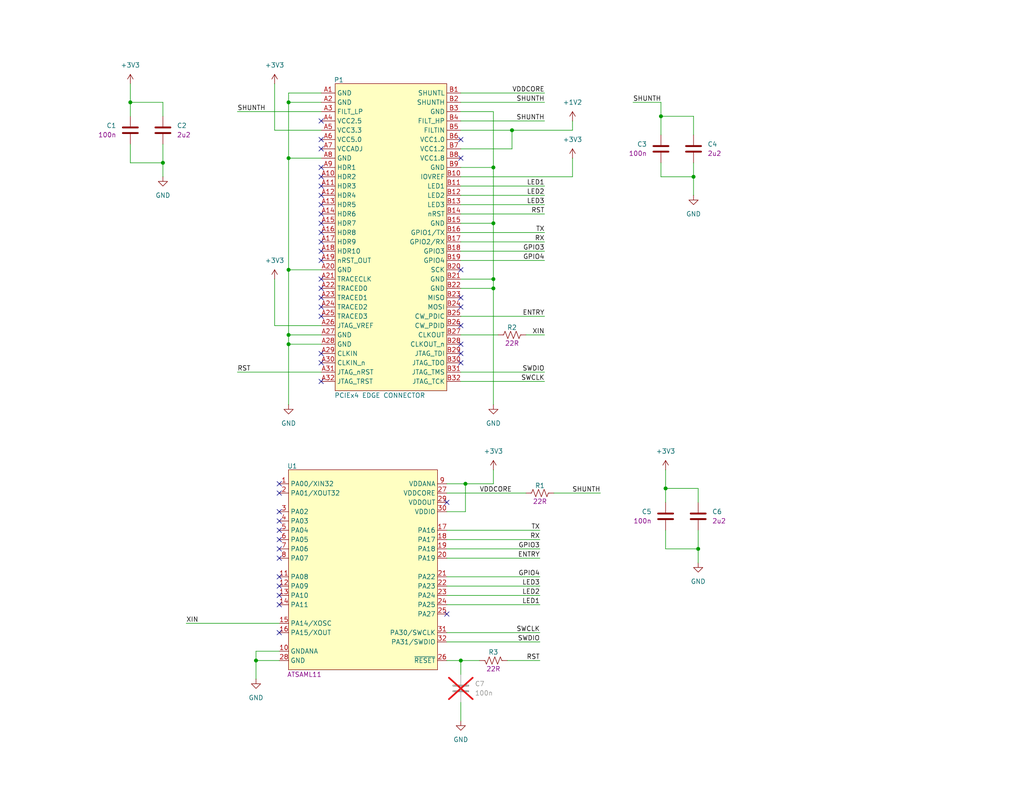
<source format=kicad_sch>
(kicad_sch (version 20231120) (generator "eeschema") (generator_version "8.0")
  (paper "USLetter")
  (lib_symbols
    (symbol "Connectors:CW312T-Template" (in_bom no)
      (property "Reference" "P" (at -15.24 3.81 0))
      (property "Value" "PCIEx4 EDGE CONNECTOR " (at 3.81 3.81 0))
      (symbol "CW312T-Template_1_1"
        (rectangle (start -15.24 2.54) (end 15.24 -81.28) (fill (type background)))
        (pin unspecified line (at -19.05 0 0) (length 3.81) (name "GND") (number "A1"))
        (pin unspecified line (at -19.05 -22.86 0) (length 3.81) (name "HDR2") (number "A10"))
        (pin unspecified line (at -19.05 -25.4 0) (length 3.81) (name "HDR3") (number "A11"))
        (pin unspecified line (at -19.05 -27.94 0) (length 3.81) (name "HDR4") (number "A12"))
        (pin unspecified line (at -19.05 -30.48 0) (length 3.81) (name "HDR5") (number "A13"))
        (pin unspecified line (at -19.05 -33.02 0) (length 3.81) (name "HDR6") (number "A14"))
        (pin unspecified line (at -19.05 -35.56 0) (length 3.81) (name "HDR7") (number "A15"))
        (pin unspecified line (at -19.05 -38.1 0) (length 3.81) (name "HDR8") (number "A16"))
        (pin unspecified line (at -19.05 -40.64 0) (length 3.81) (name "HDR9") (number "A17"))
        (pin unspecified line (at -19.05 -43.18 0) (length 3.81) (name "HDR10") (number "A18"))
        (pin unspecified line (at -19.05 -45.72 0) (length 3.81) (name "nRST_OUT") (number "A19"))
        (pin unspecified line (at -19.05 -2.54 0) (length 3.81) (name "GND") (number "A2"))
        (pin unspecified line (at -19.05 -48.26 0) (length 3.81) (name "GND") (number "A20"))
        (pin unspecified line (at -19.05 -50.8 0) (length 3.81) (name "TRACECLK") (number "A21"))
        (pin unspecified line (at -19.05 -53.34 0) (length 3.81) (name "TRACED0") (number "A22"))
        (pin unspecified line (at -19.05 -55.88 0) (length 3.81) (name "TRACED1") (number "A23"))
        (pin unspecified line (at -19.05 -58.42 0) (length 3.81) (name "TRACED2") (number "A24"))
        (pin unspecified line (at -19.05 -60.96 0) (length 3.81) (name "TRACED3") (number "A25"))
        (pin unspecified line (at -19.05 -63.5 0) (length 3.81) (name "JTAG_VREF") (number "A26"))
        (pin unspecified line (at -19.05 -66.04 0) (length 3.81) (name "GND") (number "A27"))
        (pin unspecified line (at -19.05 -68.58 0) (length 3.81) (name "GND") (number "A28"))
        (pin unspecified line (at -19.05 -71.12 0) (length 3.81) (name "CLKIN") (number "A29"))
        (pin unspecified line (at -19.05 -5.08 0) (length 3.81) (name "FILT_LP") (number "A3"))
        (pin unspecified line (at -19.05 -73.66 0) (length 3.81) (name "CLKIN_n") (number "A30"))
        (pin unspecified line (at -19.05 -76.2 0) (length 3.81) (name "JTAG_nRST") (number "A31"))
        (pin unspecified line (at -19.05 -78.74 0) (length 3.81) (name "JTAG_TRST") (number "A32"))
        (pin unspecified line (at -19.05 -7.62 0) (length 3.81) (name "VCC2.5") (number "A4"))
        (pin unspecified line (at -19.05 -10.16 0) (length 3.81) (name "VCC3.3") (number "A5"))
        (pin unspecified line (at -19.05 -12.7 0) (length 3.81) (name "VCC5.0") (number "A6"))
        (pin unspecified line (at -19.05 -15.24 0) (length 3.81) (name "VCCADJ") (number "A7"))
        (pin unspecified line (at -19.05 -17.78 0) (length 3.81) (name "GND") (number "A8"))
        (pin unspecified line (at -19.05 -20.32 0) (length 3.81) (name "HDR1") (number "A9"))
        (pin unspecified line (at 19.05 0 180) (length 3.81) (name "SHUNTL") (number "B1"))
        (pin unspecified line (at 19.05 -22.86 180) (length 3.81) (name "IOVREF") (number "B10"))
        (pin unspecified line (at 19.05 -25.4 180) (length 3.81) (name "LED1") (number "B11"))
        (pin unspecified line (at 19.05 -27.94 180) (length 3.81) (name "LED2") (number "B12"))
        (pin unspecified line (at 19.05 -30.48 180) (length 3.81) (name "LED3") (number "B13"))
        (pin unspecified line (at 19.05 -33.02 180) (length 3.81) (name "nRST") (number "B14"))
        (pin unspecified line (at 19.05 -35.56 180) (length 3.81) (name "GND") (number "B15"))
        (pin unspecified line (at 19.05 -38.1 180) (length 3.81) (name "GPIO1/TX") (number "B16"))
        (pin unspecified line (at 19.05 -40.64 180) (length 3.81) (name "GPIO2/RX") (number "B17"))
        (pin unspecified line (at 19.05 -43.18 180) (length 3.81) (name "GPIO3") (number "B18"))
        (pin unspecified line (at 19.05 -45.72 180) (length 3.81) (name "GPIO4") (number "B19"))
        (pin unspecified line (at 19.05 -2.54 180) (length 3.81) (name "SHUNTH") (number "B2"))
        (pin unspecified line (at 19.05 -48.26 180) (length 3.81) (name "SCK") (number "B20"))
        (pin unspecified line (at 19.05 -50.8 180) (length 3.81) (name "GND") (number "B21"))
        (pin unspecified line (at 19.05 -53.34 180) (length 3.81) (name "GND") (number "B22"))
        (pin unspecified line (at 19.05 -55.88 180) (length 3.81) (name "MISO") (number "B23"))
        (pin unspecified line (at 19.05 -58.42 180) (length 3.81) (name "MOSI") (number "B24"))
        (pin unspecified line (at 19.05 -60.96 180) (length 3.81) (name "CW_PDIC") (number "B25"))
        (pin unspecified line (at 19.05 -63.5 180) (length 3.81) (name "CW_PDID") (number "B26"))
        (pin unspecified line (at 19.05 -66.04 180) (length 3.81) (name "CLKOUT") (number "B27"))
        (pin unspecified line (at 19.05 -68.58 180) (length 3.81) (name "CLKOUT_n") (number "B28"))
        (pin unspecified line (at 19.05 -71.12 180) (length 3.81) (name "JTAG_TDI") (number "B29"))
        (pin unspecified line (at 19.05 -5.08 180) (length 3.81) (name "GND") (number "B3"))
        (pin unspecified line (at 19.05 -73.66 180) (length 3.81) (name "JTAG_TDO") (number "B30"))
        (pin unspecified line (at 19.05 -76.2 180) (length 3.81) (name "JTAG_TMS") (number "B31"))
        (pin unspecified line (at 19.05 -78.74 180) (length 3.81) (name "JTAG_TCK") (number "B32"))
        (pin unspecified line (at 19.05 -7.62 180) (length 3.81) (name "FILT_HP") (number "B4"))
        (pin unspecified line (at 19.05 -10.16 180) (length 3.81) (name "FILTIN") (number "B5"))
        (pin unspecified line (at 19.05 -12.7 180) (length 3.81) (name "VCC1.0") (number "B6"))
        (pin unspecified line (at 19.05 -15.24 180) (length 3.81) (name "VCC1.2") (number "B7"))
        (pin unspecified line (at 19.05 -17.78 180) (length 3.81) (name "VCC1.8") (number "B8"))
        (pin unspecified line (at 19.05 -20.32 180) (length 3.81) (name "GND") (number "B9"))
      )
    )
    (symbol "Integrated_Circuits:ATSMAL11E16A-AU"
      (property "Reference" "U" (at -20.32 5.08 0))
      (property "Display Value" "ATSAML11" (at 15.24 5.08 0))
      (symbol "ATSMAL11E16A-AU_1_1"
        (rectangle (start -20.32 3.81) (end 20.32 -50.8) (fill (type background)))
        (pin unspecified line (at -22.86 0 0) (length 2.54) (name "PA00/XIN32") (number "1"))
        (pin unspecified line (at -22.86 -45.72 0) (length 2.54) (name "GNDANA") (number "10"))
        (pin unspecified line (at -22.86 -25.4 0) (length 2.54) (name "PA08") (number "11"))
        (pin unspecified line (at -22.86 -27.94 0) (length 2.54) (name "PA09") (number "12"))
        (pin unspecified line (at -22.86 -30.48 0) (length 2.54) (name "PA10") (number "13"))
        (pin unspecified line (at -22.86 -33.02 0) (length 2.54) (name "PA11") (number "14"))
        (pin unspecified line (at -22.86 -38.1 0) (length 2.54) (name "PA14/XOSC") (number "15"))
        (pin unspecified line (at -22.86 -40.64 0) (length 2.54) (name "PA15/XOUT") (number "16"))
        (pin unspecified line (at 22.86 -12.7 180) (length 2.54) (name "PA16") (number "17"))
        (pin unspecified line (at 22.86 -15.24 180) (length 2.54) (name "PA17") (number "18"))
        (pin unspecified line (at 22.86 -17.78 180) (length 2.54) (name "PA18") (number "19"))
        (pin unspecified line (at -22.86 -2.54 0) (length 2.54) (name "PA01/XOUT32") (number "2"))
        (pin unspecified line (at 22.86 -20.32 180) (length 2.54) (name "PA19") (number "20"))
        (pin unspecified line (at 22.86 -25.4 180) (length 2.54) (name "PA22") (number "21"))
        (pin unspecified line (at 22.86 -27.94 180) (length 2.54) (name "PA23") (number "22"))
        (pin unspecified line (at 22.86 -30.48 180) (length 2.54) (name "PA24") (number "23"))
        (pin unspecified line (at 22.86 -33.02 180) (length 2.54) (name "PA25") (number "24"))
        (pin unspecified line (at 22.86 -35.56 180) (length 2.54) (name "PA27") (number "25"))
        (pin unspecified line (at 22.86 -48.26 180) (length 2.54) (name "~{RESET}") (number "26"))
        (pin unspecified line (at 22.86 -2.54 180) (length 2.54) (name "VDDCORE") (number "27"))
        (pin unspecified line (at -22.86 -48.26 0) (length 2.54) (name "GND") (number "28"))
        (pin unspecified line (at 22.86 -5.08 180) (length 2.54) (name "VDDOUT") (number "29"))
        (pin unspecified line (at -22.86 -7.62 0) (length 2.54) (name "PA02") (number "3"))
        (pin unspecified line (at 22.86 -7.62 180) (length 2.54) (name "VDDIO") (number "30"))
        (pin unspecified line (at 22.86 -40.64 180) (length 2.54) (name "PA30/SWCLK") (number "31"))
        (pin unspecified line (at 22.86 -43.18 180) (length 2.54) (name "PA31/SWDIO") (number "32"))
        (pin unspecified line (at -22.86 -10.16 0) (length 2.54) (name "PA03") (number "4"))
        (pin unspecified line (at -22.86 -12.7 0) (length 2.54) (name "PA04") (number "5"))
        (pin unspecified line (at -22.86 -15.24 0) (length 2.54) (name "PA05") (number "6"))
        (pin unspecified line (at -22.86 -17.78 0) (length 2.54) (name "PA06") (number "7"))
        (pin unspecified line (at -22.86 -20.32 0) (length 2.54) (name "PA07") (number "8"))
        (pin unspecified line (at 22.86 0 180) (length 2.54) (name "VDDANA") (number "9"))
      )
    )
    (symbol "Silkscreen_Symbols:CE_Free" (in_bom no)
      (property "Reference" "PCB" (at -2.54 6.35 0))
      (property "Value" "CE Symbol" (at 0 0 0))
    )
    (symbol "Silkscreen_Symbols:Pb_Free" (in_bom no)
      (property "Reference" "PCB" (at 0 0 0))
      (property "Value" "Pb_Free Symbol" (at 0 0 0))
    )
    (symbol "Silkscreen_Symbols:UKCA"
      (property "Reference" "PCB" (at 0 0 0))
      (property "Value" "UKCA symbol" (at 0 0 0))
    )
    (symbol "Silkscreen_Symbols:WEEE" (in_bom no)
      (property "Reference" "PCB" (at -1.27 4.445 0))
      (property "Value" "WEEE SYMBOL" (at 0 0 0))
    )
    (symbol "power:+1V2" (power) (pin_numbers hide) (pin_names (offset 0) hide)
      (property "Value" "+1V2" (at 0 3.556 0))
      (symbol "+1V2_0_1"
        (polyline (pts (xy -0.762 1.27) (xy 0 2.54)))
        (polyline (pts (xy 0 0) (xy 0 2.54)))
        (polyline (pts (xy 0 2.54) (xy 0.762 1.27)))
      )
      (symbol "+1V2_1_1"
        (pin power_in line (at 0 0 90) (length 0) (name "~") (number "1"))
      )
    )
    (symbol "power:+3V3" (power) (pin_numbers hide) (pin_names (offset 0) hide)
      (property "Value" "+3V3" (at 0 3.556 0))
      (symbol "+3V3_0_1"
        (polyline (pts (xy -0.762 1.27) (xy 0 2.54)))
        (polyline (pts (xy 0 0) (xy 0 2.54)))
        (polyline (pts (xy 0 2.54) (xy 0.762 1.27)))
      )
      (symbol "+3V3_1_1"
        (pin power_in line (at 0 0 90) (length 0) (name "~") (number "1"))
      )
    )
    (symbol "power:GND" (power) (pin_numbers hide) (pin_names (offset 0) hide)
      (property "Value" "GND" (at 0 -3.81 0))
      (symbol "GND_0_1"
        (polyline (pts (xy 0 0) (xy 0 -1.27) (xy 1.27 -1.27) (xy 0 -2.54) (xy -1.27 -1.27) (xy 0 -1.27)))
      )
      (symbol "GND_1_1"
        (pin power_in line (at 0 0 270) (length 0) (name "~") (number "1"))
      )
    )
    (symbol "tutorial_2_library:CAP_100n_50V_0603" (pin_numbers hide)
      (property "Reference" "C" (at -20.32 5.08 0))
      (property "Display Value" "100n" (at 15.24 5.08 0))
      (symbol "CAP_100n_50V_0603_0_1"
        (polyline (pts (xy -0.762 -2.032) (xy -0.762 2.032)) (stroke (width 0.508)))
        (polyline (pts (xy 0.762 -2.032) (xy 0.762 2.032)) (stroke (width 0.508)))
      )
      (symbol "CAP_100n_50V_0603_1_1"
        (pin passive line (at -3.81 0 0) (length 2.794) (name "~") (number "1"))
        (pin passive line (at 3.81 0 180) (length 2.794) (name "~") (number "2"))
      )
    )
    (symbol "tutorial_2_library:CAP_2u2_16V_0603" (pin_numbers hide)
      (property "Reference" "C" (at -20.32 5.08 0))
      (property "Display Value" "2u2" (at 15.24 5.08 0))
      (symbol "CAP_2u2_16V_0603_0_1"
        (polyline (pts (xy -0.762 -2.032) (xy -0.762 2.032)) (stroke (width 0.508)))
        (polyline (pts (xy 0.762 -2.032) (xy 0.762 2.032)) (stroke (width 0.508)))
      )
      (symbol "CAP_2u2_16V_0603_1_1"
        (pin passive line (at -3.81 0 0) (length 2.794) (name "~") (number "1"))
        (pin passive line (at 3.81 0 180) (length 2.794) (name "~") (number "2"))
      )
    )
    (symbol "tutorial_2_library:RES_22R_0603" (pin_numbers hide)
      (property "Reference" "R" (at -20.32 5.08 0))
      (property "Display Value" "22R" (at 15.24 5.08 0))
      (symbol "RES_22R_0603_0_1"
        (polyline (pts (xy -2.286 0) (xy -2.54 0)))
        (polyline (pts (xy 2.286 0) (xy 2.54 0)))
        (polyline (pts (xy -2.286 0) (xy -1.905 1.016) (xy -1.524 0) (xy -1.143 -1.016) (xy -0.762 0)))
        (polyline (pts (xy -0.762 0) (xy -0.381 1.016) (xy 0 0) (xy 0.381 -1.016) (xy 0.762 0)))
        (polyline (pts (xy 0.762 0) (xy 1.143 1.016) (xy 1.524 0) (xy 1.905 -1.016) (xy 2.286 0)))
      )
      (symbol "RES_22R_0603_1_1"
        (pin passive line (at -3.81 0 0) (length 1.27) (name "~") (number "1"))
        (pin passive line (at 3.81 0 180) (length 1.27) (name "~") (number "2"))
      )
    )
  )
  (junction (at 134.62 45.72))
  (junction (at 190.5 149.86))
  (junction (at 69.85 180.34))
  (junction (at 180.34 31.75))
  (junction (at 35.56 27.94))
  (junction (at 134.62 78.74))
  (junction (at 78.74 93.98))
  (junction (at 189.23 48.26))
  (junction (at 134.62 76.2))
  (junction (at 78.74 73.66))
  (junction (at 134.62 60.96))
  (junction (at 78.74 91.44))
  (junction (at 78.74 43.18))
  (junction (at 44.45 44.45))
  (junction (at 127 132.08))
  (junction (at 125.73 180.34))
  (junction (at 181.61 133.35))
  (junction (at 139.7 35.56))
  (junction (at 78.74 27.94))
  (no_connect (at 121.92 167.64))
  (no_connect (at 87.63 78.74))
  (no_connect (at 76.2 147.32))
  (no_connect (at 76.2 144.78))
  (no_connect (at 87.63 60.96))
  (no_connect (at 125.73 73.66))
  (no_connect (at 87.63 86.36))
  (no_connect (at 76.2 162.56))
  (no_connect (at 87.63 50.8))
  (no_connect (at 76.2 149.86))
  (no_connect (at 87.63 48.26))
  (no_connect (at 76.2 152.4))
  (no_connect (at 87.63 71.12))
  (no_connect (at 87.63 83.82))
  (no_connect (at 87.63 38.1))
  (no_connect (at 87.63 45.72))
  (no_connect (at 87.63 63.5))
  (no_connect (at 125.73 43.18))
  (no_connect (at 76.2 134.62))
  (no_connect (at 87.63 58.42))
  (no_connect (at 76.2 132.08))
  (no_connect (at 76.2 172.72))
  (no_connect (at 125.73 83.82))
  (no_connect (at 125.73 96.52))
  (no_connect (at 87.63 33.02))
  (no_connect (at 76.2 165.1))
  (no_connect (at 87.63 76.2))
  (no_connect (at 125.73 38.1))
  (no_connect (at 87.63 99.06))
  (no_connect (at 87.63 55.88))
  (no_connect (at 76.2 142.24))
  (no_connect (at 87.63 68.58))
  (no_connect (at 76.2 160.02))
  (no_connect (at 87.63 96.52))
  (no_connect (at 125.73 88.9))
  (no_connect (at 87.63 40.64))
  (no_connect (at 87.63 66.04))
  (no_connect (at 76.2 139.7))
  (no_connect (at 125.73 99.06))
  (no_connect (at 87.63 104.14))
  (no_connect (at 76.2 157.48))
  (no_connect (at 121.92 137.16))
  (no_connect (at 125.73 93.98))
  (no_connect (at 87.63 81.28))
  (no_connect (at 87.63 53.34))
  (no_connect (at 125.73 81.28))
  (wire (pts (xy 181.61 133.35) (xy 181.61 137.16)))
  (wire (pts (xy 190.5 133.35) (xy 181.61 133.35)))
  (wire (pts (xy 125.73 50.8) (xy 148.59 50.8)))
  (wire (pts (xy 121.92 175.26) (xy 147.32 175.26)))
  (wire (pts (xy 125.73 191.77) (xy 125.73 196.85)))
  (wire (pts (xy 69.85 180.34) (xy 76.2 180.34)))
  (wire (pts (xy 44.45 27.94) (xy 35.56 27.94)))
  (wire (pts (xy 78.74 93.98) (xy 78.74 110.49)))
  (wire (pts (xy 64.77 30.48) (xy 87.63 30.48)))
  (wire (pts (xy 125.73 60.96) (xy 134.62 60.96)))
  (wire (pts (xy 78.74 73.66) (xy 87.63 73.66)))
  (wire (pts (xy 121.92 144.78) (xy 147.32 144.78)))
  (wire (pts (xy 125.73 76.2) (xy 134.62 76.2)))
  (wire (pts (xy 125.73 104.14) (xy 148.59 104.14)))
  (wire (pts (xy 125.73 66.04) (xy 148.59 66.04)))
  (wire (pts (xy 125.73 91.44) (xy 135.89 91.44)))
  (wire (pts (xy 78.74 91.44) (xy 87.63 91.44)))
  (wire (pts (xy 125.73 33.02) (xy 148.59 33.02)))
  (wire (pts (xy 180.34 36.83) (xy 180.34 31.75)))
  (wire (pts (xy 35.56 27.94) (xy 35.56 31.75)))
  (wire (pts (xy 69.85 177.8) (xy 69.85 180.34)))
  (wire (pts (xy 125.73 27.94) (xy 148.59 27.94)))
  (wire (pts (xy 78.74 91.44) (xy 78.74 93.98)))
  (wire (pts (xy 78.74 43.18) (xy 78.74 73.66)))
  (wire (pts (xy 156.21 43.18) (xy 156.21 48.26)))
  (wire (pts (xy 87.63 25.4) (xy 78.74 25.4)))
  (wire (pts (xy 125.73 71.12) (xy 148.59 71.12)))
  (wire (pts (xy 180.34 27.94) (xy 172.72 27.94)))
  (wire (pts (xy 125.73 30.48) (xy 134.62 30.48)))
  (wire (pts (xy 78.74 93.98) (xy 87.63 93.98)))
  (wire (pts (xy 125.73 86.36) (xy 148.59 86.36)))
  (wire (pts (xy 125.73 101.6) (xy 148.59 101.6)))
  (wire (pts (xy 125.73 63.5) (xy 148.59 63.5)))
  (wire (pts (xy 156.21 33.02) (xy 156.21 35.56)))
  (wire (pts (xy 189.23 48.26) (xy 189.23 53.34)))
  (wire (pts (xy 127 139.7) (xy 127 132.08)))
  (wire (pts (xy 121.92 165.1) (xy 147.32 165.1)))
  (wire (pts (xy 78.74 27.94) (xy 87.63 27.94)))
  (wire (pts (xy 190.5 137.16) (xy 190.5 133.35)))
  (wire (pts (xy 190.5 149.86) (xy 190.5 144.78)))
  (wire (pts (xy 35.56 44.45) (xy 44.45 44.45)))
  (wire (pts (xy 121.92 162.56) (xy 147.32 162.56)))
  (wire (pts (xy 121.92 160.02) (xy 147.32 160.02)))
  (wire (pts (xy 74.93 35.56) (xy 87.63 35.56)))
  (wire (pts (xy 180.34 44.45) (xy 180.34 48.26)))
  (wire (pts (xy 125.73 35.56) (xy 139.7 35.56)))
  (wire (pts (xy 121.92 180.34) (xy 125.73 180.34)))
  (wire (pts (xy 125.73 48.26) (xy 156.21 48.26)))
  (wire (pts (xy 181.61 128.27) (xy 181.61 133.35)))
  (wire (pts (xy 143.51 91.44) (xy 148.59 91.44)))
  (wire (pts (xy 125.73 25.4) (xy 148.59 25.4)))
  (wire (pts (xy 64.77 101.6) (xy 87.63 101.6)))
  (wire (pts (xy 134.62 132.08) (xy 134.62 128.27)))
  (wire (pts (xy 134.62 78.74) (xy 134.62 110.49)))
  (wire (pts (xy 125.73 40.64) (xy 139.7 40.64)))
  (wire (pts (xy 190.5 149.86) (xy 190.5 153.67)))
  (wire (pts (xy 125.73 55.88) (xy 148.59 55.88)))
  (wire (pts (xy 189.23 44.45) (xy 189.23 48.26)))
  (wire (pts (xy 121.92 149.86) (xy 147.32 149.86)))
  (wire (pts (xy 121.92 134.62) (xy 143.51 134.62)))
  (wire (pts (xy 181.61 149.86) (xy 190.5 149.86)))
  (wire (pts (xy 151.13 134.62) (xy 163.83 134.62)))
  (wire (pts (xy 180.34 31.75) (xy 189.23 31.75)))
  (wire (pts (xy 78.74 43.18) (xy 87.63 43.18)))
  (wire (pts (xy 138.43 180.34) (xy 147.32 180.34)))
  (wire (pts (xy 35.56 39.37) (xy 35.56 44.45)))
  (wire (pts (xy 121.92 172.72) (xy 147.32 172.72)))
  (wire (pts (xy 139.7 35.56) (xy 156.21 35.56)))
  (wire (pts (xy 125.73 180.34) (xy 125.73 184.15)))
  (wire (pts (xy 44.45 31.75) (xy 44.45 27.94)))
  (wire (pts (xy 125.73 45.72) (xy 134.62 45.72)))
  (wire (pts (xy 74.93 88.9) (xy 87.63 88.9)))
  (wire (pts (xy 134.62 45.72) (xy 134.62 60.96)))
  (wire (pts (xy 74.93 76.2) (xy 74.93 88.9)))
  (wire (pts (xy 125.73 78.74) (xy 134.62 78.74)))
  (wire (pts (xy 125.73 58.42) (xy 148.59 58.42)))
  (wire (pts (xy 181.61 144.78) (xy 181.61 149.86)))
  (wire (pts (xy 180.34 31.75) (xy 180.34 27.94)))
  (wire (pts (xy 44.45 44.45) (xy 44.45 39.37)))
  (wire (pts (xy 50.8 170.18) (xy 76.2 170.18)))
  (wire (pts (xy 121.92 152.4) (xy 147.32 152.4)))
  (wire (pts (xy 78.74 73.66) (xy 78.74 91.44)))
  (wire (pts (xy 121.92 157.48) (xy 147.32 157.48)))
  (wire (pts (xy 134.62 60.96) (xy 134.62 76.2)))
  (wire (pts (xy 134.62 76.2) (xy 134.62 78.74)))
  (wire (pts (xy 44.45 44.45) (xy 44.45 48.26)))
  (wire (pts (xy 78.74 27.94) (xy 78.74 43.18)))
  (wire (pts (xy 134.62 30.48) (xy 134.62 45.72)))
  (wire (pts (xy 121.92 132.08) (xy 127 132.08)))
  (wire (pts (xy 121.92 147.32) (xy 147.32 147.32)))
  (wire (pts (xy 189.23 31.75) (xy 189.23 36.83)))
  (wire (pts (xy 125.73 180.34) (xy 130.81 180.34)))
  (wire (pts (xy 125.73 53.34) (xy 148.59 53.34)))
  (wire (pts (xy 78.74 25.4) (xy 78.74 27.94)))
  (wire (pts (xy 76.2 177.8) (xy 69.85 177.8)))
  (wire (pts (xy 121.92 139.7) (xy 127 139.7)))
  (wire (pts (xy 35.56 22.86) (xy 35.56 27.94)))
  (wire (pts (xy 69.85 180.34) (xy 69.85 185.42)))
  (wire (pts (xy 127 132.08) (xy 134.62 132.08)))
  (wire (pts (xy 180.34 48.26) (xy 189.23 48.26)))
  (wire (pts (xy 125.73 68.58) (xy 148.59 68.58)))
  (wire (pts (xy 139.7 40.64) (xy 139.7 35.56)))
  (wire (pts (xy 74.93 22.86) (xy 74.93 35.56)))
  (label "SHUNTH" (at 172.72 27.94 0))
  (label "SWDIO" (at 148.59 101.6 180))
  (label "LED1" (at 148.59 50.8 180))
  (label "SWCLK" (at 147.32 172.72 180))
  (label "RX" (at 148.59 66.04 180))
  (label "ENTRY" (at 148.59 86.36 180))
  (label "LED2" (at 148.59 53.34 180))
  (label "TX" (at 147.32 144.78 180))
  (label "SWDIO" (at 147.32 175.26 180))
  (label "SHUNTH" (at 163.83 134.62 180))
  (label "GPIO3" (at 147.32 149.86 180))
  (label "ENTRY" (at 147.32 152.4 180))
  (label "LED3" (at 147.32 160.02 180))
  (label "GPIO3" (at 148.59 68.58 180))
  (label "RST" (at 64.77 101.6 0))
  (label "SWCLK" (at 148.59 104.14 180))
  (label "LED2" (at 147.32 162.56 180))
  (label "LED1" (at 147.32 165.1 180))
  (label "SHUNTH" (at 148.59 33.02 180))
  (label "RST" (at 148.59 58.42 180))
  (label "SHUNTH" (at 64.77 30.48 0))
  (label "VDDCORE" (at 148.59 25.4 180))
  (label "RST" (at 147.32 180.34 180))
  (label "LED3" (at 148.59 55.88 180))
  (label "TX" (at 148.59 63.5 180))
  (label "XIN" (at 148.59 91.44 180))
  (label "SHUNTH" (at 148.59 27.94 180))
  (label "VDDCORE" (at 139.7 134.62 180))
  (label "GPIO4" (at 148.59 71.12 180))
  (label "XIN" (at 50.8 170.18 0))
  (label "GPIO4" (at 147.32 157.48 180))
  (label "RX" (at 147.32 147.32 180))
  (symbol (lib_id "tutorial_2_library:CAP_100n_50V_0603") (at 181.61 140.97 90) (mirror x) (unit 1)
    (property "Reference" "C5" (at 177.8 139.6999 90) (effects (justify left)))
    (property "Value" "CAP_100n_50V_0603" (effects (hide yes)))
    (property "Footprint" "Capacitor_SMD:C_0603_1608Metric" (effects (hide yes)))
    (property "Datasheet" "https://content.kemet.com/datasheets/KEM_C1002_X7R_SMD.pdf" (effects (hide yes)))
    (property "Description" "CAP CER 0.1UF 50V X7R 0603" (effects (hide yes)))
    (property "Display Value" "100n" (at 177.8 142.2399 90) (effects (justify left)))
    (property "Manufacturer" "KEMET" (effects (hide yes)))
    (property "Manufacturer Part Number" "C0603C104M5RACTU" (effects (hide yes)))
    (property "Supplier 1" "DigiKey" (effects (hide yes)))
    (property "Supplier 1 Part Number" "399-C0603C104M5RACTUCT-ND" (effects (hide yes)))
  )
  (symbol (lib_id "power:GND") (at 78.74 110.49 0) (unit 1)
    (property "Reference" "#PWR07" (effects (hide yes)))
    (property "Value" "GND" (at 78.74 115.57 0))
    (property "Description" "Power symbol creates a global label with name \"GND\" , ground" (effects (hide yes)))
  )
  (symbol (lib_id "tutorial_2_library:CAP_100n_50V_0603") (at 35.56 35.56 90) (mirror x) (unit 1)
    (property "Reference" "C1" (at 31.75 34.2899 90) (effects (justify left)))
    (property "Value" "CAP_100n_50V_0603" (effects (hide yes)))
    (property "Footprint" "Capacitor_SMD:C_0603_1608Metric" (effects (hide yes)))
    (property "Datasheet" "https://content.kemet.com/datasheets/KEM_C1002_X7R_SMD.pdf" (effects (hide yes)))
    (property "Description" "CAP CER 0.1UF 50V X7R 0603" (effects (hide yes)))
    (property "Display Value" "100n" (at 31.75 36.8299 90) (effects (justify left)))
    (property "Manufacturer" "KEMET" (effects (hide yes)))
    (property "Manufacturer Part Number" "C0603C104M5RACTU" (effects (hide yes)))
    (property "Supplier 1" "DigiKey" (effects (hide yes)))
    (property "Supplier 1 Part Number" "399-C0603C104M5RACTUCT-ND" (effects (hide yes)))
  )
  (symbol (lib_id "power:GND") (at 190.5 153.67 0) (unit 1)
    (property "Reference" "#PWR06" (effects (hide yes)))
    (property "Value" "GND" (at 190.5 158.75 0))
    (property "Description" "Power symbol creates a global label with name \"GND\" , ground" (effects (hide yes)))
  )
  (symbol (lib_id "power:+1V2") (at 156.21 33.02 0) (unit 1)
    (property "Reference" "#PWR011" (effects (hide yes)))
    (property "Value" "+1V2" (at 156.21 27.94 0))
    (property "Description" "Power symbol creates a global label with name \"+1V2\"" (effects (hide yes)))
  )
  (symbol (lib_id "power:+3V3") (at 134.62 128.27 0) (unit 1)
    (property "Reference" "#PWR010" (effects (hide yes)))
    (property "Value" "+3V3" (at 134.62 123.19 0))
    (property "Description" "Power symbol creates a global label with name \"+3V3\"" (effects (hide yes)))
  )
  (symbol (lib_id "tutorial_2_library:RES_22R_0603") (at 134.62 180.34 0) (mirror x) (unit 1)
    (property "Reference" "R3" (at 134.62 178.054 0))
    (property "Value" "22R_0603" (effects (hide yes)))
    (property "Footprint" "Resistor_SMD:R_0603_1608Metric" (effects (hide yes)))
    (property "Datasheet" "https://www.yageo.com/upload/media/product/products/datasheet/rchip/PYu-RC_Group_51_RoHS_L_12.pdf" (effects (hide yes)))
    (property "Description" "RES 22 OHM 5% 1/10W 0603" (effects (hide yes)))
    (property "Display Value" "22R" (at 134.62 182.626 0))
    (property "Manufacturer" "YAGEO" (effects (hide yes)))
    (property "Manufacturer Part Number" "RC0603JR-0722RL" (effects (hide yes)))
    (property "Supplier 1" "DigiKey" (effects (hide yes)))
    (property "Supplier 1 Part Number" "311-22GRCT-ND" (effects (hide yes)))
  )
  (symbol (lib_id "power:+3V3") (at 156.21 43.18 0) (unit 1)
    (property "Reference" "#PWR01" (effects (hide yes)))
    (property "Value" "+3V3" (at 156.21 38.1 0))
    (property "Description" "Power symbol creates a global label with name \"+3V3\"" (effects (hide yes)))
  )
  (symbol (lib_id "power:+3V3") (at 181.61 128.27 0) (unit 1)
    (property "Reference" "#PWR05" (effects (hide yes)))
    (property "Value" "+3V3" (at 181.61 123.19 0))
    (property "Description" "Power symbol creates a global label with name \"+3V3\"" (effects (hide yes)))
  )
  (symbol (lib_id "power:+3V3") (at 35.56 22.86 0) (unit 1)
    (property "Reference" "#PWR02" (effects (hide yes)))
    (property "Value" "+3V3" (at 35.56 17.78 0))
    (property "Description" "Power symbol creates a global label with name \"+3V3\"" (effects (hide yes)))
  )
  (symbol (lib_id "power:GND") (at 44.45 48.26 0) (unit 1)
    (property "Reference" "#PWR04" (effects (hide yes)))
    (property "Value" "GND" (at 44.45 53.34 0))
    (property "Description" "Power symbol creates a global label with name \"GND\" , ground" (effects (hide yes)))
  )
  (symbol (lib_id "tutorial_2_library:CAP_2u2_16V_0603") (at 189.23 40.64 270) (unit 1)
    (property "Reference" "C4" (at 193.04 39.3699 90) (effects (justify left)))
    (property "Value" "CAP_2u2_16V_0603" (effects (hide yes)))
    (property "Footprint" "Capacitor_SMD:C_0603_1608Metric" (effects (hide yes)))
    (property "Datasheet" "https://content.kemet.com/datasheets/KEM_C1006_X5R_SMD.pdf" (effects (hide yes)))
    (property "Description" "CAP CER 2.2UF 16V X5R 0603" (effects (hide yes)))
    (property "Display Value" "2u2" (at 193.04 41.9099 90) (effects (justify left)))
    (property "Manufacturer" "KEMET" (effects (hide yes)))
    (property "Manufacturer Part Number" "C0603C225K4PAC7867" (effects (hide yes)))
    (property "Supplier 1" "DigiKey" (effects (hide yes)))
    (property "Supplier 1 Part Number" "399-C0603C225K4PAC7867CT-ND" (effects (hide yes)))
  )
  (symbol (lib_id "power:GND") (at 189.23 53.34 0) (unit 1)
    (property "Reference" "#PWR08" (effects (hide yes)))
    (property "Value" "GND" (at 189.23 58.42 0))
    (property "Description" "Power symbol creates a global label with name \"GND\" , ground" (effects (hide yes)))
  )
  (symbol (lib_id "Connectors:CW312T-Template") (at 106.68 25.4 0) (unit 1) (in_bom no)
    (property "Reference" "P1" (at 92.456 21.844 0))
    (property "Value" "PCIEx4 EDGE CONNECTOR" (at 103.632 107.95 0))
    (property "Footprint" "tutorial_2_library:CW312_Template" (effects (hide yes)))
    (property "Description" "BOARD AND EDGE CONNECTOR TEMPLATE FOR CW312 TARGETS" (effects (hide yes)))
  )
  (symbol (lib_id "Silkscreen_Symbols:UKCA") (at -36.83 171.45 0) (unit 1)
    (property "Reference" "PCB3" (at -34.29 170.1799 0) (effects (justify left)))
    (property "Value" "UKCA symbol" (at -34.29 172.7199 0) (effects (justify left)))
    (property "Footprint" "Silkscrren_Symbols:UKCA-Logo_8x8mm_SilkScreen" (effects (hide yes)))
  )
  (symbol (lib_id "power:+3V3") (at 74.93 76.2 0) (unit 1)
    (property "Reference" "#PWR013" (effects (hide yes)))
    (property "Value" "+3V3" (at 74.93 71.12 0))
    (property "Description" "Power symbol creates a global label with name \"+3V3\"" (effects (hide yes)))
  )
  (symbol (lib_id "power:+3V3") (at 74.93 22.86 0) (unit 1)
    (property "Reference" "#PWR012" (effects (hide yes)))
    (property "Value" "+3V3" (at 74.93 17.78 0))
    (property "Description" "Power symbol creates a global label with name \"+3V3\"" (effects (hide yes)))
  )
  (symbol (lib_id "Silkscreen_Symbols:Pb_Free") (at -36.83 166.37 0) (unit 1) (in_bom no)
    (property "Reference" "PCB2" (at -34.29 165.0999 0) (effects (justify left)))
    (property "Value" "Pb_Free Symbol" (at -34.29 167.6399 0) (effects (justify left)))
    (property "Footprint" "Silkscrren_Symbols:Pb_Free_8.0x8.0mm_SilkScreen" (effects (hide yes)))
  )
  (symbol (lib_id "power:GND") (at 134.62 110.49 0) (unit 1)
    (property "Reference" "#PWR09" (effects (hide yes)))
    (property "Value" "GND" (at 134.62 115.57 0))
    (property "Description" "Power symbol creates a global label with name \"GND\" , ground" (effects (hide yes)))
  )
  (symbol (lib_id "tutorial_2_library:CAP_2u2_16V_0603") (at 190.5 140.97 270) (unit 1)
    (property "Reference" "C6" (at 194.31 139.6999 90) (effects (justify left)))
    (property "Value" "CAP_2u2_16V_0603" (effects (hide yes)))
    (property "Footprint" "Capacitor_SMD:C_0603_1608Metric" (effects (hide yes)))
    (property "Datasheet" "https://content.kemet.com/datasheets/KEM_C1006_X5R_SMD.pdf" (effects (hide yes)))
    (property "Description" "CAP CER 2.2UF 16V X5R 0603" (effects (hide yes)))
    (property "Display Value" "2u2" (at 194.31 142.2399 90) (effects (justify left)))
    (property "Manufacturer" "KEMET" (effects (hide yes)))
    (property "Manufacturer Part Number" "C0603C225K4PAC7867" (effects (hide yes)))
    (property "Supplier 1" "DigiKey" (effects (hide yes)))
    (property "Supplier 1 Part Number" "399-C0603C225K4PAC7867CT-ND" (effects (hide yes)))
  )
  (symbol (lib_id "tutorial_2_library:CAP_2u2_16V_0603") (at 44.45 35.56 270) (unit 1)
    (property "Reference" "C2" (at 48.26 34.2899 90) (effects (justify left)))
    (property "Value" "CAP_2u2_16V_0603" (effects (hide yes)))
    (property "Footprint" "Capacitor_SMD:C_0603_1608Metric" (effects (hide yes)))
    (property "Datasheet" "https://content.kemet.com/datasheets/KEM_C1006_X5R_SMD.pdf" (effects (hide yes)))
    (property "Description" "CAP CER 2.2UF 16V X5R 0603" (effects (hide yes)))
    (property "Display Value" "2u2" (at 48.26 36.8299 90) (effects (justify left)))
    (property "Manufacturer" "KEMET" (effects (hide yes)))
    (property "Manufacturer Part Number" "C0603C225K4PAC7867" (effects (hide yes)))
    (property "Supplier 1" "DigiKey" (effects (hide yes)))
    (property "Supplier 1 Part Number" "399-C0603C225K4PAC7867CT-ND" (effects (hide yes)))
  )
  (symbol (lib_id "Integrated_Circuits:ATSMAL11E16A-AU") (at 99.06 132.08 0) (unit 1)
    (property "Reference" "U1" (at 79.756 127.254 0))
    (property "Value" "ATSMAL11E16A-AU" (effects (hide yes)))
    (property "Footprint" "Package_QFP:TQFP-32_7x7mm_P0.8mm" (effects (hide yes)))
    (property "Datasheet" "https://www.mouser.ca/datasheet/2/268/SAM_L10_L11_Family_Data_Sheet_DS60001513-3442769.pdf" (effects (hide yes)))
    (property "Description" "ARM Microcontrollers - MCU TQFP32, 64KBFlash/16KB SRAM,85 Temp,Crypto,Tray" (effects (hide yes)))
    (property "Display Value" "ATSAML11" (at 83.058 184.15 0))
    (property "Manufacturer" "Microchip Technology" (effects (hide yes)))
    (property "Manufacturer Part Number" "ATSAML11E16A-AU" (effects (hide yes)))
    (property "Supplier 1" "DigiKey" (effects (hide yes)))
    (property "Supplier 1 Part Number" "ATSAML11E16A-AU-ND" (effects (hide yes)))
  )
  (symbol (lib_id "tutorial_2_library:RES_22R_0603") (at 139.7 91.44 0) (unit 1)
    (property "Reference" "R2" (at 139.7 89.408 0))
    (property "Value" "22R_0603" (effects (hide yes)))
    (property "Footprint" "Resistor_SMD:R_0603_1608Metric" (effects (hide yes)))
    (property "Datasheet" "https://www.yageo.com/upload/media/product/products/datasheet/rchip/PYu-RC_Group_51_RoHS_L_12.pdf" (effects (hide yes)))
    (property "Description" "RES 22 OHM 5% 1/10W 0603" (effects (hide yes)))
    (property "Display Value" "22R" (at 139.7 93.726 0))
    (property "Manufacturer" "YAGEO" (effects (hide yes)))
    (property "Manufacturer Part Number" "RC0603JR-0722RL" (effects (hide yes)))
    (property "Supplier 1" "DigiKey" (effects (hide yes)))
    (property "Supplier 1 Part Number" "311-22GRCT-ND" (effects (hide yes)))
  )
  (symbol (lib_id "power:GND") (at 125.73 196.85 0) (unit 1)
    (property "Reference" "#PWR014" (effects (hide yes)))
    (property "Value" "GND" (at 125.73 201.93 0))
    (property "Description" "Power symbol creates a global label with name \"GND\" , ground" (effects (hide yes)))
  )
  (symbol (lib_id "Silkscreen_Symbols:CE_Free") (at -36.83 160.02 0) (unit 1) (in_bom no)
    (property "Reference" "PCB1" (at -34.29 160.274 0) (effects (justify left)))
    (property "Value" "CE Symbol" (at -34.29 162.814 0) (effects (justify left)))
    (property "Footprint" "Silkscrren_Symbols:CE-Logo_8.5x6mm_SilkScreen" (effects (hide yes)))
  )
  (symbol (lib_id "Silkscreen_Symbols:WEEE") (at -36.83 176.53 0) (unit 1) (in_bom no)
    (property "Reference" "PCB4" (at -34.29 175.2599 0) (effects (justify left)))
    (property "Value" "WEEE SYMBOL" (at -34.29 177.7999 0) (effects (justify left)))
    (property "Footprint" "Silkscrren_Symbols:WEEE-Logo_5.6x8mm_SilkScreen" (effects (hide yes)))
  )
  (symbol (lib_id "power:GND") (at 69.85 185.42 0) (unit 1)
    (property "Reference" "#PWR03" (effects (hide yes)))
    (property "Value" "GND" (at 69.85 190.5 0))
    (property "Description" "Power symbol creates a global label with name \"GND\" , ground" (effects (hide yes)))
  )
  (symbol (lib_id "tutorial_2_library:CAP_100n_50V_0603") (at 180.34 40.64 90) (mirror x) (unit 1)
    (property "Reference" "C3" (at 176.53 39.3699 90) (effects (justify left)))
    (property "Value" "CAP_100n_50V_0603" (effects (hide yes)))
    (property "Footprint" "Capacitor_SMD:C_0603_1608Metric" (effects (hide yes)))
    (property "Datasheet" "https://content.kemet.com/datasheets/KEM_C1002_X7R_SMD.pdf" (effects (hide yes)))
    (property "Description" "CAP CER 0.1UF 50V X7R 0603" (effects (hide yes)))
    (property "Display Value" "100n" (at 176.53 41.9099 90) (effects (justify left)))
    (property "Manufacturer" "KEMET" (effects (hide yes)))
    (property "Manufacturer Part Number" "C0603C104M5RACTU" (effects (hide yes)))
    (property "Supplier 1" "DigiKey" (effects (hide yes)))
    (property "Supplier 1 Part Number" "399-C0603C104M5RACTUCT-ND" (effects (hide yes)))
  )
  (symbol (lib_id "tutorial_2_library:RES_22R_0603") (at 147.32 134.62 0) (unit 1)
    (property "Reference" "R1" (at 147.32 132.588 0))
    (property "Value" "22R_0603" (effects (hide yes)))
    (property "Footprint" "Resistor_SMD:R_0603_1608Metric" (effects (hide yes)))
    (property "Datasheet" "https://www.yageo.com/upload/media/product/products/datasheet/rchip/PYu-RC_Group_51_RoHS_L_12.pdf" (effects (hide yes)))
    (property "Description" "RES 22 OHM 5% 1/10W 0603" (effects (hide yes)))
    (property "Display Value" "22R" (at 147.32 136.906 0))
    (property "Manufacturer" "YAGEO" (effects (hide yes)))
    (property "Manufacturer Part Number" "RC0603JR-0722RL" (effects (hide yes)))
    (property "Supplier 1" "DigiKey" (effects (hide yes)))
    (property "Supplier 1 Part Number" "311-22GRCT-ND" (effects (hide yes)))
  )
  (symbol (lib_id "tutorial_2_library:CAP_100n_50V_0603") (at 125.73 187.96 270) (unit 1) (dnp yes)
    (property "Reference" "C7" (at 129.54 186.6899 90) (effects (justify left)))
    (property "Value" "CAP_100n_50V_0603" (effects (hide yes)))
    (property "Footprint" "Capacitor_SMD:C_0603_1608Metric" (effects (hide yes)))
    (property "Datasheet" "https://content.kemet.com/datasheets/KEM_C1002_X7R_SMD.pdf" (effects (hide yes)))
    (property "Description" "CAP CER 0.1UF 50V X7R 0603" (effects (hide yes)))
    (property "Display Value" "100n" (at 129.54 189.2299 90) (effects (justify left)))
    (property "Manufacturer" "KEMET" (effects (hide yes)))
    (property "Manufacturer Part Number" "C0603C104M5RACTU" (effects (hide yes)))
    (property "Supplier 1" "DigiKey" (effects (hide yes)))
    (property "Supplier 1 Part Number" "399-C0603C104M5RACTUCT-ND" (effects (hide yes)))
  )
)
</source>
